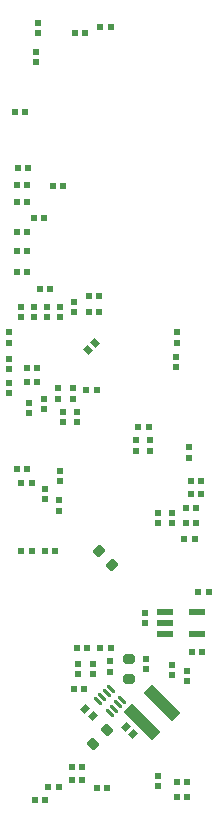
<source format=gbr>
%TF.GenerationSoftware,KiCad,Pcbnew,8.0.6*%
%TF.CreationDate,2024-11-27T08:16:23+01:00*%
%TF.ProjectId,M2SmartHome,4d32536d-6172-4744-986f-6d652e6b6963,rev?*%
%TF.SameCoordinates,Original*%
%TF.FileFunction,Paste,Bot*%
%TF.FilePolarity,Positive*%
%FSLAX46Y46*%
G04 Gerber Fmt 4.6, Leading zero omitted, Abs format (unit mm)*
G04 Created by KiCad (PCBNEW 8.0.6) date 2024-11-27 08:16:23*
%MOMM*%
%LPD*%
G01*
G04 APERTURE LIST*
G04 Aperture macros list*
%AMRoundRect*
0 Rectangle with rounded corners*
0 $1 Rounding radius*
0 $2 $3 $4 $5 $6 $7 $8 $9 X,Y pos of 4 corners*
0 Add a 4 corners polygon primitive as box body*
4,1,4,$2,$3,$4,$5,$6,$7,$8,$9,$2,$3,0*
0 Add four circle primitives for the rounded corners*
1,1,$1+$1,$2,$3*
1,1,$1+$1,$4,$5*
1,1,$1+$1,$6,$7*
1,1,$1+$1,$8,$9*
0 Add four rect primitives between the rounded corners*
20,1,$1+$1,$2,$3,$4,$5,0*
20,1,$1+$1,$4,$5,$6,$7,0*
20,1,$1+$1,$6,$7,$8,$9,0*
20,1,$1+$1,$8,$9,$2,$3,0*%
%AMRotRect*
0 Rectangle, with rotation*
0 The origin of the aperture is its center*
0 $1 length*
0 $2 width*
0 $3 Rotation angle, in degrees counterclockwise*
0 Add horizontal line*
21,1,$1,$2,0,0,$3*%
G04 Aperture macros list end*
%ADD10R,0.560000X0.600000*%
%ADD11RoundRect,0.033750X-0.351786X0.208597X0.208597X-0.351786X0.351786X-0.208597X-0.208597X0.351786X0*%
%ADD12R,0.600000X0.560000*%
%ADD13RotRect,0.560000X0.600000X135.000000*%
%ADD14RoundRect,0.200000X0.053033X-0.335876X0.335876X-0.053033X-0.053033X0.335876X-0.335876X0.053033X0*%
%ADD15RoundRect,0.200000X-0.335876X-0.053033X-0.053033X-0.335876X0.335876X0.053033X0.053033X0.335876X0*%
%ADD16RoundRect,0.200000X0.275000X-0.200000X0.275000X0.200000X-0.275000X0.200000X-0.275000X-0.200000X0*%
%ADD17RotRect,0.980000X3.400000X45.000000*%
%ADD18RotRect,0.560000X0.600000X45.000000*%
%ADD19R,1.320800X0.558800*%
G04 APERTURE END LIST*
D10*
%TO.C,C6*%
X86834999Y-115750000D03*
X85965001Y-115750000D03*
%TD*%
%TO.C,C3*%
X86369998Y-159000000D03*
X85500000Y-159000000D03*
%TD*%
D11*
%TO.C,U11*%
X90885302Y-150653462D03*
X91238855Y-150299909D03*
X91592409Y-149946355D03*
X91945962Y-149592802D03*
X92914698Y-150561538D03*
X92561145Y-150915091D03*
X92207591Y-151268645D03*
X91854038Y-151622198D03*
%TD*%
D10*
%TO.C,R4*%
X89865000Y-124300000D03*
X90735000Y-124300000D03*
%TD*%
D12*
%TO.C,R46*%
X97100000Y-148442499D03*
X97100000Y-147572501D03*
%TD*%
%TO.C,C34*%
X95950000Y-134687500D03*
X95950000Y-135557500D03*
%TD*%
%TO.C,R19*%
X84300000Y-118137500D03*
X84300000Y-117267500D03*
%TD*%
D10*
%TO.C,C15*%
X87234999Y-137900000D03*
X86365001Y-137900000D03*
%TD*%
%TO.C,C61*%
X88665001Y-157300000D03*
X89534999Y-157300000D03*
%TD*%
%TO.C,R38*%
X84684999Y-100750000D03*
X83815001Y-100750000D03*
%TD*%
D13*
%TO.C,C70*%
X93807591Y-153415091D03*
X93192409Y-152799909D03*
%TD*%
D14*
%TO.C,FB3*%
X90416637Y-154290863D03*
X91583363Y-153124137D03*
%TD*%
D12*
%TO.C,R65*%
X89200000Y-148342499D03*
X89200000Y-147472501D03*
%TD*%
%TO.C,R34*%
X98600000Y-130017499D03*
X98600000Y-129147501D03*
%TD*%
%TO.C,C27*%
X94100000Y-129442499D03*
X94100000Y-128572501D03*
%TD*%
D15*
%TO.C,FB1*%
X90916637Y-137916637D03*
X92083363Y-139083363D03*
%TD*%
D10*
%TO.C,R32*%
X84884999Y-108357500D03*
X84015001Y-108357500D03*
%TD*%
D12*
%TO.C,C17*%
X87500000Y-124165000D03*
X87500000Y-125035000D03*
%TD*%
D10*
%TO.C,R24*%
X84934999Y-105507500D03*
X84065001Y-105507500D03*
%TD*%
%TO.C,R72*%
X98165001Y-136950000D03*
X99034999Y-136950000D03*
%TD*%
D12*
%TO.C,C74*%
X90400000Y-148342500D03*
X90400000Y-147472502D03*
%TD*%
D16*
%TO.C,FB2*%
X93500000Y-148732500D03*
X93500000Y-147082500D03*
%TD*%
D10*
%TO.C,C7*%
X85735000Y-122450000D03*
X84865000Y-122450000D03*
%TD*%
%TO.C,R66*%
X88831231Y-149580294D03*
X89701229Y-149580294D03*
%TD*%
%TO.C,C22*%
X84884999Y-131000000D03*
X84015001Y-131000000D03*
%TD*%
D12*
%TO.C,R55*%
X94800000Y-143165001D03*
X94800000Y-144034999D03*
%TD*%
D17*
%TO.C,L5*%
X94562078Y-152445422D03*
X96237922Y-150769578D03*
%TD*%
D10*
%TO.C,R52*%
X91935000Y-146107500D03*
X91065000Y-146107500D03*
%TD*%
D12*
%TO.C,R42*%
X85800000Y-94107500D03*
X85800000Y-93237500D03*
%TD*%
D18*
%TO.C,C14*%
X89992409Y-120907591D03*
X90607591Y-120292409D03*
%TD*%
D12*
%TO.C,R17*%
X85400000Y-118137500D03*
X85400000Y-117267500D03*
%TD*%
D10*
%TO.C,C39*%
X86284999Y-109707500D03*
X85415001Y-109707500D03*
%TD*%
D12*
%TO.C,C19*%
X86400000Y-133534999D03*
X86400000Y-132665001D03*
%TD*%
%TO.C,R11*%
X88850000Y-117735000D03*
X88850000Y-116865000D03*
%TD*%
%TO.C,R13*%
X89100000Y-127042499D03*
X89100000Y-126172501D03*
%TD*%
D10*
%TO.C,R21*%
X84884999Y-112557500D03*
X84015001Y-112557500D03*
%TD*%
%TO.C,C30*%
X98715001Y-133132500D03*
X99584999Y-133132500D03*
%TD*%
D12*
%TO.C,C69*%
X91900000Y-147272501D03*
X91900000Y-148142499D03*
%TD*%
%TO.C,R43*%
X85600000Y-96535000D03*
X85600000Y-95665000D03*
%TD*%
%TO.C,C12*%
X86300000Y-125065001D03*
X86300000Y-125934999D03*
%TD*%
D10*
%TO.C,R56*%
X99684999Y-146482500D03*
X98815001Y-146482500D03*
%TD*%
D12*
%TO.C,C72*%
X95900000Y-156972501D03*
X95900000Y-157842499D03*
%TD*%
D10*
%TO.C,R25*%
X84884999Y-106907500D03*
X84015001Y-106907500D03*
%TD*%
%TO.C,R54*%
X98434999Y-157500000D03*
X97565001Y-157500000D03*
%TD*%
D12*
%TO.C,C18*%
X87550000Y-133652500D03*
X87550000Y-134522500D03*
%TD*%
D10*
%TO.C,C26*%
X98315000Y-135522500D03*
X99185000Y-135522500D03*
%TD*%
%TO.C,C13*%
X85735000Y-123650000D03*
X84865000Y-123650000D03*
%TD*%
%TO.C,C73*%
X90765001Y-158000000D03*
X91634999Y-158000000D03*
%TD*%
D12*
%TO.C,C8*%
X87650000Y-117265001D03*
X87650000Y-118134999D03*
%TD*%
D10*
%TO.C,C62*%
X88665001Y-156200000D03*
X89534999Y-156200000D03*
%TD*%
%TO.C,C40*%
X88915001Y-94100000D03*
X89784999Y-94100000D03*
%TD*%
D12*
%TO.C,C16*%
X87600000Y-132034999D03*
X87600000Y-131165001D03*
%TD*%
D10*
%TO.C,R22*%
X84834999Y-114307500D03*
X83965001Y-114307500D03*
%TD*%
D12*
%TO.C,R45*%
X98400000Y-148072501D03*
X98400000Y-148942499D03*
%TD*%
D10*
%TO.C,R29*%
X91934999Y-93550000D03*
X91065001Y-93550000D03*
%TD*%
%TO.C,R37*%
X99185000Y-134322500D03*
X98315000Y-134322500D03*
%TD*%
%TO.C,C48*%
X87534999Y-157900000D03*
X86665001Y-157900000D03*
%TD*%
%TO.C,C23*%
X85234999Y-137900000D03*
X84365001Y-137900000D03*
%TD*%
%TO.C,R71*%
X90065001Y-116300000D03*
X90934999Y-116300000D03*
%TD*%
D12*
%TO.C,R20*%
X83350000Y-121665001D03*
X83350000Y-122534999D03*
%TD*%
D10*
%TO.C,C38*%
X87884999Y-107057500D03*
X87015001Y-107057500D03*
%TD*%
%TO.C,R47*%
X89065000Y-146107500D03*
X89935000Y-146107500D03*
%TD*%
%TO.C,C29*%
X98715001Y-132007500D03*
X99584999Y-132007500D03*
%TD*%
D12*
%TO.C,C28*%
X95300000Y-129442499D03*
X95300000Y-128572501D03*
%TD*%
D19*
%TO.C,U10*%
X96528400Y-144947300D03*
X96528400Y-144007500D03*
X96528400Y-143067700D03*
X99271600Y-143067700D03*
X99271600Y-144947300D03*
%TD*%
D12*
%TO.C,C71*%
X94900000Y-147942499D03*
X94900000Y-147072501D03*
%TD*%
D10*
%TO.C,R33*%
X84884999Y-110907500D03*
X84015001Y-110907500D03*
%TD*%
D12*
%TO.C,R15*%
X83350000Y-124584999D03*
X83350000Y-123715001D03*
%TD*%
%TO.C,R5*%
X97550000Y-119422501D03*
X97550000Y-120292499D03*
%TD*%
D10*
%TO.C,R12*%
X90115001Y-117707500D03*
X90984999Y-117707500D03*
%TD*%
D12*
%TO.C,R6*%
X97500000Y-121472501D03*
X97500000Y-122342499D03*
%TD*%
D10*
%TO.C,C47*%
X99365001Y-141400000D03*
X100234999Y-141400000D03*
%TD*%
D12*
%TO.C,C11*%
X88700000Y-124165000D03*
X88700000Y-125035000D03*
%TD*%
%TO.C,C32*%
X97150000Y-134687500D03*
X97150000Y-135557500D03*
%TD*%
D10*
%TO.C,C36*%
X95134999Y-127407500D03*
X94265001Y-127407500D03*
%TD*%
%TO.C,R53*%
X98434999Y-158800000D03*
X97565001Y-158800000D03*
%TD*%
%TO.C,C21*%
X85234999Y-132200000D03*
X84365001Y-132200000D03*
%TD*%
D13*
%TO.C,R39*%
X90407591Y-151915091D03*
X89792409Y-151299909D03*
%TD*%
D12*
%TO.C,R14*%
X87900000Y-127042499D03*
X87900000Y-126172501D03*
%TD*%
%TO.C,R16*%
X83300000Y-120284999D03*
X83300000Y-119415001D03*
%TD*%
%TO.C,R2*%
X85050000Y-125415000D03*
X85050000Y-126285000D03*
%TD*%
%TO.C,R18*%
X86500000Y-118142500D03*
X86500000Y-117272500D03*
%TD*%
M02*

</source>
